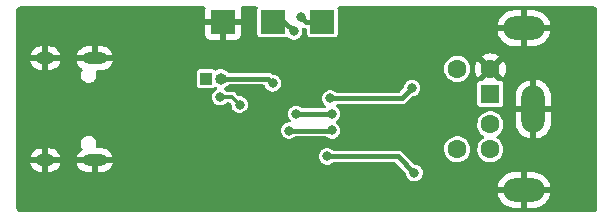
<source format=gbl>
%TF.GenerationSoftware,KiCad,Pcbnew,(6.0.5)*%
%TF.CreationDate,2025-03-09T20:53:28+01:00*%
%TF.ProjectId,PS2_to_USB_Converter,5053325f-746f-45f5-9553-425f436f6e76,rev?*%
%TF.SameCoordinates,Original*%
%TF.FileFunction,Copper,L2,Bot*%
%TF.FilePolarity,Positive*%
%FSLAX46Y46*%
G04 Gerber Fmt 4.6, Leading zero omitted, Abs format (unit mm)*
G04 Created by KiCad (PCBNEW (6.0.5)) date 2025-03-09 20:53:28*
%MOMM*%
%LPD*%
G01*
G04 APERTURE LIST*
%TA.AperFunction,SMDPad,CuDef*%
%ADD10R,2.000000X2.000000*%
%TD*%
%TA.AperFunction,ComponentPad*%
%ADD11O,1.600000X1.000000*%
%TD*%
%TA.AperFunction,ComponentPad*%
%ADD12O,2.100000X1.000000*%
%TD*%
%TA.AperFunction,ComponentPad*%
%ADD13R,1.600000X1.600000*%
%TD*%
%TA.AperFunction,ComponentPad*%
%ADD14C,1.600000*%
%TD*%
%TA.AperFunction,ComponentPad*%
%ADD15O,2.000000X4.000000*%
%TD*%
%TA.AperFunction,ComponentPad*%
%ADD16O,3.500000X2.000000*%
%TD*%
%TA.AperFunction,ComponentPad*%
%ADD17R,1.000000X1.000000*%
%TD*%
%TA.AperFunction,ComponentPad*%
%ADD18O,1.000000X1.000000*%
%TD*%
%TA.AperFunction,ViaPad*%
%ADD19C,0.800000*%
%TD*%
%TA.AperFunction,Conductor*%
%ADD20C,0.400000*%
%TD*%
%TA.AperFunction,Conductor*%
%ADD21C,0.300000*%
%TD*%
G04 APERTURE END LIST*
D10*
%TO.P,TP3,1,1*%
%TO.N,GND*%
X142200000Y-94200000D03*
%TD*%
%TO.P,TP2,1,1*%
%TO.N,/RXD*%
X150600000Y-94200000D03*
%TD*%
%TO.P,TP1,1,1*%
%TO.N,/TXD*%
X146400000Y-94200000D03*
%TD*%
D11*
%TO.P,J1,S1,SHIELD*%
%TO.N,GND*%
X127150000Y-105920000D03*
X127150000Y-97280000D03*
D12*
X131330000Y-105920000D03*
X131330000Y-97280000D03*
%TD*%
D13*
%TO.P,J3,1*%
%TO.N,/KBDAT*%
X164825000Y-100290000D03*
D14*
%TO.P,J3,2*%
%TO.N,unconnected-(J3-Pad2)*%
X164825000Y-102890000D03*
%TO.P,J3,3*%
%TO.N,GND*%
X164825000Y-98190000D03*
%TO.P,J3,4*%
%TO.N,+5V*%
X164825000Y-104990000D03*
%TO.P,J3,5*%
%TO.N,/KBCLK*%
X162025000Y-98190000D03*
%TO.P,J3,6*%
%TO.N,unconnected-(J3-Pad6)*%
X162025000Y-104990000D03*
D15*
%TO.P,J3,7*%
%TO.N,GND*%
X168475000Y-101590000D03*
D16*
X167675000Y-94740000D03*
X167675000Y-108440000D03*
%TD*%
D17*
%TO.P,J2,1,Pin_1*%
%TO.N,Net-(J2-Pad1)*%
X140750000Y-99000000D03*
D18*
%TO.P,J2,2,Pin_2*%
%TO.N,+3V3*%
X142020000Y-99000000D03*
%TD*%
D19*
%TO.N,GND*%
X134650000Y-98350000D03*
X134800000Y-107000000D03*
%TO.N,/TXD*%
X148200000Y-95000000D03*
%TO.N,/RXD*%
X148800000Y-93800000D03*
%TO.N,/KBDAT*%
X151262328Y-100688684D03*
X158200000Y-99800000D03*
%TO.N,Net-(D2-Pad1)*%
X148400000Y-102000000D03*
%TO.N,Net-(D1-Pad1)*%
X147800000Y-103400000D03*
%TO.N,Net-(D2-Pad1)*%
X151400000Y-102000000D03*
%TO.N,Net-(D1-Pad1)*%
X151413546Y-103395646D03*
%TO.N,/KBCLK*%
X151000000Y-105600000D03*
X158400000Y-107000000D03*
%TO.N,GND*%
X152600000Y-95000000D03*
X159400000Y-101600000D03*
%TO.N,+3V3*%
X146400000Y-99400000D03*
%TO.N,GND*%
X151000000Y-107000000D03*
X145000000Y-106000000D03*
X141200000Y-105800000D03*
%TO.N,/USBDM*%
X141970023Y-100570023D03*
X143600000Y-101200000D03*
%TD*%
D20*
%TO.N,/TXD*%
X147400000Y-94200000D02*
X148200000Y-95000000D01*
X146400000Y-94200000D02*
X147400000Y-94200000D01*
%TO.N,/RXD*%
X149200000Y-94200000D02*
X148800000Y-93800000D01*
X150600000Y-94200000D02*
X149200000Y-94200000D01*
%TO.N,/KBDAT*%
X157311316Y-100688684D02*
X158200000Y-99800000D01*
X151262328Y-100688684D02*
X157311316Y-100688684D01*
%TO.N,Net-(D2-Pad1)*%
X148400000Y-102000000D02*
X151400000Y-102000000D01*
%TO.N,Net-(D1-Pad1)*%
X151409192Y-103400000D02*
X151413546Y-103395646D01*
X147800000Y-103400000D02*
X151409192Y-103400000D01*
%TO.N,/KBCLK*%
X157000000Y-105600000D02*
X158400000Y-107000000D01*
X151000000Y-105600000D02*
X157000000Y-105600000D01*
%TO.N,+3V3*%
X146400000Y-99400000D02*
X146000000Y-99000000D01*
X146000000Y-99000000D02*
X142020000Y-99000000D01*
D21*
%TO.N,/USBDM*%
X142970023Y-100570023D02*
X143600000Y-101200000D01*
X141970023Y-100570023D02*
X142970023Y-100570023D01*
%TD*%
%TA.AperFunction,Conductor*%
%TO.N,GND*%
G36*
X140656033Y-92920502D02*
G01*
X140702526Y-92974158D01*
X140712630Y-93044432D01*
X140705895Y-93070727D01*
X140701522Y-93082392D01*
X140697895Y-93097649D01*
X140692369Y-93148514D01*
X140692000Y-93155328D01*
X140692000Y-93927885D01*
X140696475Y-93943124D01*
X140697865Y-93944329D01*
X140705548Y-93946000D01*
X143689884Y-93946000D01*
X143705123Y-93941525D01*
X143706328Y-93940135D01*
X143707999Y-93932452D01*
X143707999Y-93155331D01*
X143707629Y-93148510D01*
X143702105Y-93097648D01*
X143698479Y-93082394D01*
X143694105Y-93070727D01*
X143688923Y-92999920D01*
X143722846Y-92937552D01*
X143785102Y-92903424D01*
X143812088Y-92900500D01*
X145010343Y-92900500D01*
X145078464Y-92920502D01*
X145124957Y-92974158D01*
X145135061Y-93044432D01*
X145125583Y-93077446D01*
X145102494Y-93129673D01*
X145099500Y-93155354D01*
X145099500Y-95244646D01*
X145102618Y-95270846D01*
X145148061Y-95373153D01*
X145156294Y-95381372D01*
X145156295Y-95381373D01*
X145173032Y-95398081D01*
X145227287Y-95452241D01*
X145237924Y-95456944D01*
X145237926Y-95456945D01*
X145284724Y-95477634D01*
X145329673Y-95497506D01*
X145355354Y-95500500D01*
X147444646Y-95500500D01*
X147448350Y-95500059D01*
X147448353Y-95500059D01*
X147455746Y-95499179D01*
X147470846Y-95497382D01*
X147553540Y-95460651D01*
X147623914Y-95451278D01*
X147689486Y-95482609D01*
X147699226Y-95491471D01*
X147785612Y-95570077D01*
X147785616Y-95570080D01*
X147791233Y-95575191D01*
X147797906Y-95578814D01*
X147797910Y-95578817D01*
X147933558Y-95652467D01*
X147933560Y-95652468D01*
X147940235Y-95656092D01*
X147947584Y-95658020D01*
X148096883Y-95697188D01*
X148096885Y-95697188D01*
X148104233Y-95699116D01*
X148190609Y-95700473D01*
X148266161Y-95701660D01*
X148266164Y-95701660D01*
X148273760Y-95701779D01*
X148281165Y-95700083D01*
X148281166Y-95700083D01*
X148352253Y-95683802D01*
X148439029Y-95663928D01*
X148590498Y-95587747D01*
X148694872Y-95498603D01*
X148713651Y-95482564D01*
X148713652Y-95482563D01*
X148719423Y-95477634D01*
X148818361Y-95339947D01*
X148846140Y-95270846D01*
X148878766Y-95189687D01*
X148878767Y-95189685D01*
X148881601Y-95182634D01*
X148905490Y-95014778D01*
X148905645Y-95000000D01*
X148885276Y-94831680D01*
X148884001Y-94828306D01*
X148887103Y-94759079D01*
X148928122Y-94701131D01*
X148993958Y-94674559D01*
X149043130Y-94679460D01*
X149044034Y-94679736D01*
X149052163Y-94683553D01*
X149061036Y-94684934D01*
X149064658Y-94686042D01*
X149079328Y-94689891D01*
X149083017Y-94690702D01*
X149091419Y-94693852D01*
X149100364Y-94694517D01*
X149100374Y-94694519D01*
X149137828Y-94697302D01*
X149147855Y-94698452D01*
X149161009Y-94700500D01*
X149173500Y-94700500D01*
X149241621Y-94720502D01*
X149288114Y-94774158D01*
X149299500Y-94826500D01*
X149299500Y-95244646D01*
X149302618Y-95270846D01*
X149348061Y-95373153D01*
X149356294Y-95381372D01*
X149356295Y-95381373D01*
X149373032Y-95398081D01*
X149427287Y-95452241D01*
X149437924Y-95456944D01*
X149437926Y-95456945D01*
X149484724Y-95477634D01*
X149529673Y-95497506D01*
X149555354Y-95500500D01*
X151644646Y-95500500D01*
X151648350Y-95500059D01*
X151648353Y-95500059D01*
X151655746Y-95499179D01*
X151670846Y-95497382D01*
X151704207Y-95482564D01*
X151762518Y-95456663D01*
X151773153Y-95451939D01*
X151852241Y-95372713D01*
X151869843Y-95332900D01*
X151893675Y-95278992D01*
X151897506Y-95270327D01*
X151900500Y-95244646D01*
X151900500Y-95011114D01*
X165438275Y-95011114D01*
X165440325Y-95028830D01*
X165442285Y-95038727D01*
X165505604Y-95262494D01*
X165509116Y-95271938D01*
X165607399Y-95482705D01*
X165612378Y-95491471D01*
X165743087Y-95683802D01*
X165749419Y-95691677D01*
X165909186Y-95860626D01*
X165916695Y-95867387D01*
X166101426Y-96008625D01*
X166109905Y-96014089D01*
X166314847Y-96123978D01*
X166324099Y-96128020D01*
X166543971Y-96203727D01*
X166553743Y-96206236D01*
X166783971Y-96246004D01*
X166791843Y-96246859D01*
X166815551Y-96247936D01*
X166818384Y-96248000D01*
X167402885Y-96248000D01*
X167418124Y-96243525D01*
X167419329Y-96242135D01*
X167421000Y-96234452D01*
X167421000Y-96229885D01*
X167929000Y-96229885D01*
X167933475Y-96245124D01*
X167934865Y-96246329D01*
X167942548Y-96248000D01*
X168483456Y-96248000D01*
X168488488Y-96247798D01*
X168661843Y-96233850D01*
X168671796Y-96232238D01*
X168897633Y-96176767D01*
X168907203Y-96173584D01*
X169121265Y-96082720D01*
X169130207Y-96078045D01*
X169326987Y-95954126D01*
X169335060Y-95948086D01*
X169509500Y-95794297D01*
X169516504Y-95787044D01*
X169664110Y-95607346D01*
X169669866Y-95599064D01*
X169786841Y-95398081D01*
X169791203Y-95388976D01*
X169874537Y-95171885D01*
X169877388Y-95162196D01*
X169908821Y-95011736D01*
X169907698Y-94997675D01*
X169897590Y-94994000D01*
X167947115Y-94994000D01*
X167931876Y-94998475D01*
X167930671Y-94999865D01*
X167929000Y-95007548D01*
X167929000Y-96229885D01*
X167421000Y-96229885D01*
X167421000Y-95012115D01*
X167416525Y-94996876D01*
X167415135Y-94995671D01*
X167407452Y-94994000D01*
X165454410Y-94994000D01*
X165440324Y-94998136D01*
X165438275Y-95011114D01*
X151900500Y-95011114D01*
X151900500Y-94468264D01*
X165441179Y-94468264D01*
X165442302Y-94482325D01*
X165452410Y-94486000D01*
X167402885Y-94486000D01*
X167418124Y-94481525D01*
X167419329Y-94480135D01*
X167421000Y-94472452D01*
X167421000Y-94467885D01*
X167929000Y-94467885D01*
X167933475Y-94483124D01*
X167934865Y-94484329D01*
X167942548Y-94486000D01*
X169895590Y-94486000D01*
X169909676Y-94481864D01*
X169911725Y-94468886D01*
X169909675Y-94451170D01*
X169907715Y-94441273D01*
X169844396Y-94217506D01*
X169840884Y-94208062D01*
X169742601Y-93997295D01*
X169737622Y-93988529D01*
X169606913Y-93796198D01*
X169600581Y-93788323D01*
X169440814Y-93619374D01*
X169433305Y-93612613D01*
X169248574Y-93471375D01*
X169240095Y-93465911D01*
X169035153Y-93356022D01*
X169025901Y-93351980D01*
X168806029Y-93276273D01*
X168796257Y-93273764D01*
X168566029Y-93233996D01*
X168558157Y-93233141D01*
X168534449Y-93232064D01*
X168531616Y-93232000D01*
X167947115Y-93232000D01*
X167931876Y-93236475D01*
X167930671Y-93237865D01*
X167929000Y-93245548D01*
X167929000Y-94467885D01*
X167421000Y-94467885D01*
X167421000Y-93250115D01*
X167416525Y-93234876D01*
X167415135Y-93233671D01*
X167407452Y-93232000D01*
X166866544Y-93232000D01*
X166861512Y-93232202D01*
X166688157Y-93246150D01*
X166678204Y-93247762D01*
X166452367Y-93303233D01*
X166442797Y-93306416D01*
X166228735Y-93397280D01*
X166219793Y-93401955D01*
X166023013Y-93525874D01*
X166014940Y-93531914D01*
X165840500Y-93685703D01*
X165833496Y-93692956D01*
X165685890Y-93872654D01*
X165680134Y-93880936D01*
X165563159Y-94081919D01*
X165558797Y-94091024D01*
X165475463Y-94308115D01*
X165472612Y-94317804D01*
X165441179Y-94468264D01*
X151900500Y-94468264D01*
X151900500Y-93155354D01*
X151897382Y-93129154D01*
X151874504Y-93077648D01*
X151865131Y-93007273D01*
X151895293Y-92943002D01*
X151955415Y-92905241D01*
X151989655Y-92900500D01*
X173562683Y-92900500D01*
X173584563Y-92902414D01*
X173589145Y-92903222D01*
X173600000Y-92905136D01*
X173609748Y-92903417D01*
X173626976Y-92904773D01*
X173648344Y-92908157D01*
X173672842Y-92912037D01*
X173710330Y-92924218D01*
X173758264Y-92948641D01*
X173790155Y-92971812D01*
X173828188Y-93009845D01*
X173851359Y-93041736D01*
X173875782Y-93089670D01*
X173887963Y-93127158D01*
X173891345Y-93148514D01*
X173895227Y-93173024D01*
X173896583Y-93190252D01*
X173894864Y-93200000D01*
X173896778Y-93210855D01*
X173897586Y-93215437D01*
X173899500Y-93237317D01*
X173899500Y-109962683D01*
X173897586Y-109984563D01*
X173894864Y-110000000D01*
X173896583Y-110009748D01*
X173895227Y-110026976D01*
X173887963Y-110072841D01*
X173875782Y-110110330D01*
X173851360Y-110158263D01*
X173828188Y-110190155D01*
X173790155Y-110228188D01*
X173758264Y-110251359D01*
X173710330Y-110275782D01*
X173672842Y-110287963D01*
X173648344Y-110291843D01*
X173626976Y-110295227D01*
X173609748Y-110296583D01*
X173600000Y-110294864D01*
X173589145Y-110296778D01*
X173584563Y-110297586D01*
X173562683Y-110299500D01*
X125037317Y-110299500D01*
X125015437Y-110297586D01*
X125010855Y-110296778D01*
X125000000Y-110294864D01*
X124990252Y-110296583D01*
X124973024Y-110295227D01*
X124951656Y-110291843D01*
X124927158Y-110287963D01*
X124889670Y-110275782D01*
X124841736Y-110251359D01*
X124809845Y-110228188D01*
X124771812Y-110190155D01*
X124748640Y-110158263D01*
X124724218Y-110110330D01*
X124712037Y-110072841D01*
X124704773Y-110026976D01*
X124703417Y-110009748D01*
X124705136Y-110000000D01*
X124702414Y-109984563D01*
X124700500Y-109962683D01*
X124700500Y-108711114D01*
X165438275Y-108711114D01*
X165440325Y-108728830D01*
X165442285Y-108738727D01*
X165505604Y-108962494D01*
X165509116Y-108971938D01*
X165607399Y-109182705D01*
X165612378Y-109191471D01*
X165743087Y-109383802D01*
X165749419Y-109391677D01*
X165909186Y-109560626D01*
X165916695Y-109567387D01*
X166101426Y-109708625D01*
X166109905Y-109714089D01*
X166314847Y-109823978D01*
X166324099Y-109828020D01*
X166543971Y-109903727D01*
X166553743Y-109906236D01*
X166783971Y-109946004D01*
X166791843Y-109946859D01*
X166815551Y-109947936D01*
X166818384Y-109948000D01*
X167402885Y-109948000D01*
X167418124Y-109943525D01*
X167419329Y-109942135D01*
X167421000Y-109934452D01*
X167421000Y-109929885D01*
X167929000Y-109929885D01*
X167933475Y-109945124D01*
X167934865Y-109946329D01*
X167942548Y-109948000D01*
X168483456Y-109948000D01*
X168488488Y-109947798D01*
X168661843Y-109933850D01*
X168671796Y-109932238D01*
X168897633Y-109876767D01*
X168907203Y-109873584D01*
X169121265Y-109782720D01*
X169130207Y-109778045D01*
X169326987Y-109654126D01*
X169335060Y-109648086D01*
X169509500Y-109494297D01*
X169516504Y-109487044D01*
X169664110Y-109307346D01*
X169669866Y-109299064D01*
X169786841Y-109098081D01*
X169791203Y-109088976D01*
X169874537Y-108871885D01*
X169877388Y-108862196D01*
X169908821Y-108711736D01*
X169907698Y-108697675D01*
X169897590Y-108694000D01*
X167947115Y-108694000D01*
X167931876Y-108698475D01*
X167930671Y-108699865D01*
X167929000Y-108707548D01*
X167929000Y-109929885D01*
X167421000Y-109929885D01*
X167421000Y-108712115D01*
X167416525Y-108696876D01*
X167415135Y-108695671D01*
X167407452Y-108694000D01*
X165454410Y-108694000D01*
X165440324Y-108698136D01*
X165438275Y-108711114D01*
X124700500Y-108711114D01*
X124700500Y-108168264D01*
X165441179Y-108168264D01*
X165442302Y-108182325D01*
X165452410Y-108186000D01*
X167402885Y-108186000D01*
X167418124Y-108181525D01*
X167419329Y-108180135D01*
X167421000Y-108172452D01*
X167421000Y-108167885D01*
X167929000Y-108167885D01*
X167933475Y-108183124D01*
X167934865Y-108184329D01*
X167942548Y-108186000D01*
X169895590Y-108186000D01*
X169909676Y-108181864D01*
X169911725Y-108168886D01*
X169909675Y-108151170D01*
X169907715Y-108141273D01*
X169844396Y-107917506D01*
X169840884Y-107908062D01*
X169742601Y-107697295D01*
X169737622Y-107688529D01*
X169606913Y-107496198D01*
X169600581Y-107488323D01*
X169440814Y-107319374D01*
X169433305Y-107312613D01*
X169248574Y-107171375D01*
X169240095Y-107165911D01*
X169035153Y-107056022D01*
X169025901Y-107051980D01*
X168806029Y-106976273D01*
X168796257Y-106973764D01*
X168566029Y-106933996D01*
X168558157Y-106933141D01*
X168534449Y-106932064D01*
X168531616Y-106932000D01*
X167947115Y-106932000D01*
X167931876Y-106936475D01*
X167930671Y-106937865D01*
X167929000Y-106945548D01*
X167929000Y-108167885D01*
X167421000Y-108167885D01*
X167421000Y-106950115D01*
X167416525Y-106934876D01*
X167415135Y-106933671D01*
X167407452Y-106932000D01*
X166866544Y-106932000D01*
X166861512Y-106932202D01*
X166688157Y-106946150D01*
X166678204Y-106947762D01*
X166452367Y-107003233D01*
X166442797Y-107006416D01*
X166228735Y-107097280D01*
X166219793Y-107101955D01*
X166023013Y-107225874D01*
X166014940Y-107231914D01*
X165840500Y-107385703D01*
X165833496Y-107392956D01*
X165685890Y-107572654D01*
X165680134Y-107580936D01*
X165563159Y-107781919D01*
X165558797Y-107791024D01*
X165475463Y-108008115D01*
X165472612Y-108017804D01*
X165441179Y-108168264D01*
X124700500Y-108168264D01*
X124700500Y-106185768D01*
X125877425Y-106185768D01*
X125909138Y-106293521D01*
X125913731Y-106304889D01*
X125999607Y-106469154D01*
X126006321Y-106479415D01*
X126122468Y-106623873D01*
X126131046Y-106632632D01*
X126273039Y-106751778D01*
X126283159Y-106758708D01*
X126445585Y-106848002D01*
X126456858Y-106852834D01*
X126633538Y-106908880D01*
X126645532Y-106911430D01*
X126789761Y-106927607D01*
X126796785Y-106928000D01*
X126877885Y-106928000D01*
X126893124Y-106923525D01*
X126894329Y-106922135D01*
X126896000Y-106914452D01*
X126896000Y-106909885D01*
X127404000Y-106909885D01*
X127408475Y-106925124D01*
X127409865Y-106926329D01*
X127417548Y-106928000D01*
X127496657Y-106928000D01*
X127502805Y-106927699D01*
X127640603Y-106914188D01*
X127652638Y-106911805D01*
X127830076Y-106858233D01*
X127841416Y-106853559D01*
X128005077Y-106766540D01*
X128015294Y-106759751D01*
X128158933Y-106642603D01*
X128167637Y-106633959D01*
X128285784Y-106491144D01*
X128292644Y-106480973D01*
X128380804Y-106317924D01*
X128385556Y-106306619D01*
X128421250Y-106191308D01*
X128421331Y-106185768D01*
X129807425Y-106185768D01*
X129839138Y-106293521D01*
X129843731Y-106304889D01*
X129929607Y-106469154D01*
X129936321Y-106479415D01*
X130052468Y-106623873D01*
X130061046Y-106632632D01*
X130203039Y-106751778D01*
X130213159Y-106758708D01*
X130375585Y-106848002D01*
X130386858Y-106852834D01*
X130563538Y-106908880D01*
X130575532Y-106911430D01*
X130719761Y-106927607D01*
X130726785Y-106928000D01*
X131057885Y-106928000D01*
X131073124Y-106923525D01*
X131074329Y-106922135D01*
X131076000Y-106914452D01*
X131076000Y-106909885D01*
X131584000Y-106909885D01*
X131588475Y-106925124D01*
X131589865Y-106926329D01*
X131597548Y-106928000D01*
X131926657Y-106928000D01*
X131932805Y-106927699D01*
X132070603Y-106914188D01*
X132082638Y-106911805D01*
X132260076Y-106858233D01*
X132271416Y-106853559D01*
X132435077Y-106766540D01*
X132445294Y-106759751D01*
X132588933Y-106642603D01*
X132597637Y-106633959D01*
X132715784Y-106491144D01*
X132722644Y-106480973D01*
X132810804Y-106317924D01*
X132815556Y-106306619D01*
X132851250Y-106191308D01*
X132851456Y-106177205D01*
X132844701Y-106174000D01*
X131602115Y-106174000D01*
X131586876Y-106178475D01*
X131585671Y-106179865D01*
X131584000Y-106187548D01*
X131584000Y-106909885D01*
X131076000Y-106909885D01*
X131076000Y-106192115D01*
X131071525Y-106176876D01*
X131070135Y-106175671D01*
X131062452Y-106174000D01*
X129822076Y-106174000D01*
X129808545Y-106177973D01*
X129807425Y-106185768D01*
X128421331Y-106185768D01*
X128421456Y-106177205D01*
X128414701Y-106174000D01*
X127422115Y-106174000D01*
X127406876Y-106178475D01*
X127405671Y-106179865D01*
X127404000Y-106187548D01*
X127404000Y-106909885D01*
X126896000Y-106909885D01*
X126896000Y-106192115D01*
X126891525Y-106176876D01*
X126890135Y-106175671D01*
X126882452Y-106174000D01*
X125892076Y-106174000D01*
X125878545Y-106177973D01*
X125877425Y-106185768D01*
X124700500Y-106185768D01*
X124700500Y-105662795D01*
X125878544Y-105662795D01*
X125885299Y-105666000D01*
X126877885Y-105666000D01*
X126893124Y-105661525D01*
X126894329Y-105660135D01*
X126896000Y-105652452D01*
X126896000Y-105647885D01*
X127404000Y-105647885D01*
X127408475Y-105663124D01*
X127409865Y-105664329D01*
X127417548Y-105666000D01*
X128407924Y-105666000D01*
X128418839Y-105662795D01*
X129808544Y-105662795D01*
X129815299Y-105666000D01*
X132837924Y-105666000D01*
X132851455Y-105662027D01*
X132852575Y-105654232D01*
X132834439Y-105592611D01*
X150294394Y-105592611D01*
X150312999Y-105761135D01*
X150371266Y-105920356D01*
X150465830Y-106061083D01*
X150471442Y-106066190D01*
X150471445Y-106066193D01*
X150585612Y-106170077D01*
X150585616Y-106170080D01*
X150591233Y-106175191D01*
X150597906Y-106178814D01*
X150597910Y-106178817D01*
X150733558Y-106252467D01*
X150733560Y-106252468D01*
X150740235Y-106256092D01*
X150747584Y-106258020D01*
X150896883Y-106297188D01*
X150896885Y-106297188D01*
X150904233Y-106299116D01*
X150990609Y-106300473D01*
X151066161Y-106301660D01*
X151066164Y-106301660D01*
X151073760Y-106301779D01*
X151081165Y-106300083D01*
X151081166Y-106300083D01*
X151171447Y-106279406D01*
X151239029Y-106263928D01*
X151390498Y-106187747D01*
X151396270Y-106182818D01*
X151396272Y-106182816D01*
X151457304Y-106130689D01*
X151522094Y-106101658D01*
X151539135Y-106100500D01*
X156740496Y-106100500D01*
X156808617Y-106120502D01*
X156829591Y-106137405D01*
X157664296Y-106972110D01*
X157698322Y-107034422D01*
X157700440Y-107047378D01*
X157705079Y-107089398D01*
X157712999Y-107161135D01*
X157771266Y-107320356D01*
X157775502Y-107326659D01*
X157775502Y-107326660D01*
X157788574Y-107346113D01*
X157865830Y-107461083D01*
X157871442Y-107466190D01*
X157871445Y-107466193D01*
X157985612Y-107570077D01*
X157985616Y-107570080D01*
X157991233Y-107575191D01*
X157997906Y-107578814D01*
X157997910Y-107578817D01*
X158133558Y-107652467D01*
X158133560Y-107652468D01*
X158140235Y-107656092D01*
X158147584Y-107658020D01*
X158296883Y-107697188D01*
X158296885Y-107697188D01*
X158304233Y-107699116D01*
X158390609Y-107700473D01*
X158466161Y-107701660D01*
X158466164Y-107701660D01*
X158473760Y-107701779D01*
X158481165Y-107700083D01*
X158481166Y-107700083D01*
X158541586Y-107686245D01*
X158639029Y-107663928D01*
X158790498Y-107587747D01*
X158869713Y-107520090D01*
X158913651Y-107482564D01*
X158913652Y-107482563D01*
X158919423Y-107477634D01*
X159018361Y-107339947D01*
X159026631Y-107319374D01*
X159078766Y-107189687D01*
X159078767Y-107189685D01*
X159081601Y-107182634D01*
X159093083Y-107101955D01*
X159104909Y-107018862D01*
X159104909Y-107018859D01*
X159105490Y-107014778D01*
X159105645Y-107000000D01*
X159085276Y-106831680D01*
X159025345Y-106673077D01*
X158929312Y-106533349D01*
X158923641Y-106528296D01*
X158808392Y-106425612D01*
X158808388Y-106425610D01*
X158802721Y-106420560D01*
X158652881Y-106341224D01*
X158488441Y-106299919D01*
X158480843Y-106299879D01*
X158480841Y-106299879D01*
X158459109Y-106299765D01*
X158391095Y-106279406D01*
X158370676Y-106262862D01*
X157403534Y-105295720D01*
X157396068Y-105286376D01*
X157395678Y-105286708D01*
X157389860Y-105279872D01*
X157385070Y-105272280D01*
X157345399Y-105237244D01*
X157339712Y-105231898D01*
X157328494Y-105220680D01*
X157324905Y-105217990D01*
X157320316Y-105214550D01*
X157312477Y-105208168D01*
X157284339Y-105183318D01*
X157277612Y-105177377D01*
X157269489Y-105173563D01*
X157266336Y-105171492D01*
X157253324Y-105163673D01*
X157250005Y-105161856D01*
X157242824Y-105156474D01*
X157199261Y-105140143D01*
X157189947Y-105136217D01*
X157155966Y-105120263D01*
X157155963Y-105120262D01*
X157147837Y-105116447D01*
X157138963Y-105115065D01*
X157135350Y-105113961D01*
X157120693Y-105110115D01*
X157116990Y-105109301D01*
X157108580Y-105106148D01*
X157062157Y-105102698D01*
X157052144Y-105101548D01*
X157038991Y-105099500D01*
X157023796Y-105099500D01*
X157014459Y-105099154D01*
X156999036Y-105098008D01*
X156965608Y-105095524D01*
X156956832Y-105097397D01*
X156947875Y-105098008D01*
X156947875Y-105098002D01*
X156933682Y-105099500D01*
X151539309Y-105099500D01*
X151471188Y-105079498D01*
X151455499Y-105067583D01*
X151402721Y-105020560D01*
X151290362Y-104961069D01*
X160920164Y-104961069D01*
X160933392Y-105162894D01*
X160947385Y-105217990D01*
X160964837Y-105286708D01*
X160983178Y-105358928D01*
X161067856Y-105542607D01*
X161184588Y-105707780D01*
X161329466Y-105848913D01*
X161497637Y-105961282D01*
X161502940Y-105963560D01*
X161502943Y-105963562D01*
X161591291Y-106001519D01*
X161683470Y-106041122D01*
X161880740Y-106085760D01*
X161886509Y-106085987D01*
X161886512Y-106085987D01*
X161962683Y-106088979D01*
X162082842Y-106093700D01*
X162169132Y-106081189D01*
X162277286Y-106065508D01*
X162277291Y-106065507D01*
X162283007Y-106064678D01*
X162288479Y-106062820D01*
X162288481Y-106062820D01*
X162469067Y-106001519D01*
X162469069Y-106001518D01*
X162474531Y-105999664D01*
X162651001Y-105900837D01*
X162713433Y-105848913D01*
X162802073Y-105775191D01*
X162806505Y-105771505D01*
X162935837Y-105616001D01*
X162953154Y-105585080D01*
X163031845Y-105444564D01*
X163034664Y-105439531D01*
X163037205Y-105432047D01*
X163097820Y-105253481D01*
X163097820Y-105253479D01*
X163099678Y-105248007D01*
X163100507Y-105242291D01*
X163100508Y-105242286D01*
X163121690Y-105096189D01*
X163128700Y-105047842D01*
X163130215Y-104990000D01*
X163127557Y-104961069D01*
X163720164Y-104961069D01*
X163733392Y-105162894D01*
X163747385Y-105217990D01*
X163764837Y-105286708D01*
X163783178Y-105358928D01*
X163867856Y-105542607D01*
X163984588Y-105707780D01*
X164129466Y-105848913D01*
X164297637Y-105961282D01*
X164302940Y-105963560D01*
X164302943Y-105963562D01*
X164391291Y-106001519D01*
X164483470Y-106041122D01*
X164680740Y-106085760D01*
X164686509Y-106085987D01*
X164686512Y-106085987D01*
X164762683Y-106088979D01*
X164882842Y-106093700D01*
X164969132Y-106081189D01*
X165077286Y-106065508D01*
X165077291Y-106065507D01*
X165083007Y-106064678D01*
X165088479Y-106062820D01*
X165088481Y-106062820D01*
X165269067Y-106001519D01*
X165269069Y-106001518D01*
X165274531Y-105999664D01*
X165451001Y-105900837D01*
X165513433Y-105848913D01*
X165602073Y-105775191D01*
X165606505Y-105771505D01*
X165735837Y-105616001D01*
X165753154Y-105585080D01*
X165831845Y-105444564D01*
X165834664Y-105439531D01*
X165837205Y-105432047D01*
X165897820Y-105253481D01*
X165897820Y-105253479D01*
X165899678Y-105248007D01*
X165900507Y-105242291D01*
X165900508Y-105242286D01*
X165921690Y-105096189D01*
X165928700Y-105047842D01*
X165930215Y-104990000D01*
X165911708Y-104788591D01*
X165856807Y-104593926D01*
X165767351Y-104412527D01*
X165749079Y-104388057D01*
X165649788Y-104255091D01*
X165649787Y-104255090D01*
X165646335Y-104250467D01*
X165623350Y-104229220D01*
X165502053Y-104117094D01*
X165502051Y-104117092D01*
X165497812Y-104113174D01*
X165492934Y-104110096D01*
X165492922Y-104110087D01*
X165392663Y-104046828D01*
X165345725Y-103993561D01*
X165335037Y-103923374D01*
X165363991Y-103858550D01*
X165398334Y-103830332D01*
X165445960Y-103803661D01*
X165445967Y-103803656D01*
X165451001Y-103800837D01*
X165513433Y-103748913D01*
X165556346Y-103713222D01*
X165606505Y-103671505D01*
X165735837Y-103516001D01*
X165834664Y-103339531D01*
X165852746Y-103286265D01*
X165897820Y-103153481D01*
X165897820Y-103153479D01*
X165899678Y-103148007D01*
X165900507Y-103142291D01*
X165900508Y-103142286D01*
X165928167Y-102951516D01*
X165928700Y-102947842D01*
X165930215Y-102890000D01*
X165911708Y-102688591D01*
X165904753Y-102663928D01*
X165900389Y-102648456D01*
X166967000Y-102648456D01*
X166967202Y-102653488D01*
X166981150Y-102826843D01*
X166982762Y-102836796D01*
X167038233Y-103062633D01*
X167041416Y-103072203D01*
X167132280Y-103286265D01*
X167136955Y-103295207D01*
X167260874Y-103491987D01*
X167266914Y-103500060D01*
X167420703Y-103674500D01*
X167427956Y-103681504D01*
X167607654Y-103829110D01*
X167615936Y-103834866D01*
X167816919Y-103951841D01*
X167826024Y-103956203D01*
X168043115Y-104039537D01*
X168052804Y-104042388D01*
X168203264Y-104073821D01*
X168217325Y-104072698D01*
X168221000Y-104062590D01*
X168221000Y-104060590D01*
X168729000Y-104060590D01*
X168733136Y-104074676D01*
X168746114Y-104076725D01*
X168763830Y-104074675D01*
X168773727Y-104072715D01*
X168997494Y-104009396D01*
X169006938Y-104005884D01*
X169217705Y-103907601D01*
X169226471Y-103902622D01*
X169418802Y-103771913D01*
X169426677Y-103765581D01*
X169595626Y-103605814D01*
X169602387Y-103598305D01*
X169743625Y-103413574D01*
X169749089Y-103405095D01*
X169858978Y-103200153D01*
X169863020Y-103190901D01*
X169938727Y-102971029D01*
X169941236Y-102961257D01*
X169981004Y-102731029D01*
X169981859Y-102723157D01*
X169982936Y-102699449D01*
X169983000Y-102696616D01*
X169983000Y-101862115D01*
X169978525Y-101846876D01*
X169977135Y-101845671D01*
X169969452Y-101844000D01*
X168747115Y-101844000D01*
X168731876Y-101848475D01*
X168730671Y-101849865D01*
X168729000Y-101857548D01*
X168729000Y-104060590D01*
X168221000Y-104060590D01*
X168221000Y-101862115D01*
X168216525Y-101846876D01*
X168215135Y-101845671D01*
X168207452Y-101844000D01*
X166985115Y-101844000D01*
X166969876Y-101848475D01*
X166968671Y-101849865D01*
X166967000Y-101857548D01*
X166967000Y-102648456D01*
X165900389Y-102648456D01*
X165864302Y-102520502D01*
X165856807Y-102493926D01*
X165767351Y-102312527D01*
X165749079Y-102288057D01*
X165649788Y-102155091D01*
X165649787Y-102155090D01*
X165646335Y-102150467D01*
X165623350Y-102129220D01*
X165502053Y-102017094D01*
X165502051Y-102017092D01*
X165497812Y-102013174D01*
X165470374Y-101995862D01*
X165331637Y-101908325D01*
X165326757Y-101905246D01*
X165138898Y-101830298D01*
X164940526Y-101790839D01*
X164934752Y-101790763D01*
X164934748Y-101790763D01*
X164832257Y-101789422D01*
X164738286Y-101788192D01*
X164732589Y-101789171D01*
X164732588Y-101789171D01*
X164544646Y-101821465D01*
X164544645Y-101821465D01*
X164538949Y-101822444D01*
X164349193Y-101892449D01*
X164175371Y-101995862D01*
X164023305Y-102129220D01*
X163898089Y-102288057D01*
X163803914Y-102467053D01*
X163743937Y-102660213D01*
X163720164Y-102861069D01*
X163733392Y-103062894D01*
X163783178Y-103258928D01*
X163867856Y-103442607D01*
X163871189Y-103447323D01*
X163963740Y-103578280D01*
X163984588Y-103607780D01*
X164129466Y-103748913D01*
X164134270Y-103752123D01*
X164259722Y-103835948D01*
X164305250Y-103890425D01*
X164314097Y-103960868D01*
X164283456Y-104024912D01*
X164254144Y-104048997D01*
X164203280Y-104079258D01*
X164180461Y-104092834D01*
X164175371Y-104095862D01*
X164023305Y-104229220D01*
X163898089Y-104388057D01*
X163803914Y-104567053D01*
X163743937Y-104760213D01*
X163720164Y-104961069D01*
X163127557Y-104961069D01*
X163111708Y-104788591D01*
X163056807Y-104593926D01*
X162967351Y-104412527D01*
X162949079Y-104388057D01*
X162849788Y-104255091D01*
X162849787Y-104255090D01*
X162846335Y-104250467D01*
X162823350Y-104229220D01*
X162702053Y-104117094D01*
X162702051Y-104117092D01*
X162697812Y-104113174D01*
X162679752Y-104101779D01*
X162531637Y-104008325D01*
X162526757Y-104005246D01*
X162338898Y-103930298D01*
X162140526Y-103890839D01*
X162134752Y-103890763D01*
X162134748Y-103890763D01*
X162032257Y-103889422D01*
X161938286Y-103888192D01*
X161932589Y-103889171D01*
X161932588Y-103889171D01*
X161744646Y-103921465D01*
X161744645Y-103921465D01*
X161738949Y-103922444D01*
X161549193Y-103992449D01*
X161544232Y-103995401D01*
X161544231Y-103995401D01*
X161380461Y-104092834D01*
X161375371Y-104095862D01*
X161223305Y-104229220D01*
X161098089Y-104388057D01*
X161003914Y-104567053D01*
X160943937Y-104760213D01*
X160920164Y-104961069D01*
X151290362Y-104961069D01*
X151252881Y-104941224D01*
X151088441Y-104899919D01*
X151080843Y-104899879D01*
X151080841Y-104899879D01*
X151003668Y-104899475D01*
X150918895Y-104899031D01*
X150911508Y-104900805D01*
X150911504Y-104900805D01*
X150768162Y-104935220D01*
X150754032Y-104938612D01*
X150747288Y-104942093D01*
X150747285Y-104942094D01*
X150647293Y-104993704D01*
X150603369Y-105016375D01*
X150597647Y-105021367D01*
X150597645Y-105021368D01*
X150528953Y-105081292D01*
X150475604Y-105127831D01*
X150455015Y-105157126D01*
X150398707Y-105237245D01*
X150378113Y-105266547D01*
X150316524Y-105424513D01*
X150315532Y-105432046D01*
X150315532Y-105432047D01*
X150301964Y-105535111D01*
X150294394Y-105592611D01*
X132834439Y-105592611D01*
X132820862Y-105546479D01*
X132816269Y-105535111D01*
X132730393Y-105370846D01*
X132723679Y-105360585D01*
X132607532Y-105216127D01*
X132598954Y-105207368D01*
X132456961Y-105088222D01*
X132446841Y-105081292D01*
X132284415Y-104991998D01*
X132273142Y-104987166D01*
X132096462Y-104931120D01*
X132084468Y-104928570D01*
X131940239Y-104912393D01*
X131933215Y-104912000D01*
X131524415Y-104912000D01*
X131456294Y-104891998D01*
X131409801Y-104838342D01*
X131399697Y-104768068D01*
X131410407Y-104732352D01*
X131424996Y-104701349D01*
X131424998Y-104701344D01*
X131428373Y-104694171D01*
X131443703Y-104613805D01*
X131457921Y-104539272D01*
X131457921Y-104539270D01*
X131459406Y-104531486D01*
X131450704Y-104393167D01*
X131449505Y-104374107D01*
X131449505Y-104374105D01*
X131449007Y-104366195D01*
X131425426Y-104293620D01*
X131400279Y-104216225D01*
X131400278Y-104216222D01*
X131397828Y-104208683D01*
X131309086Y-104068848D01*
X131300214Y-104060516D01*
X131194132Y-103960898D01*
X131188356Y-103955474D01*
X131043224Y-103875687D01*
X131035549Y-103873716D01*
X131035548Y-103873716D01*
X130890487Y-103836471D01*
X130890484Y-103836471D01*
X130882809Y-103834500D01*
X130758758Y-103834500D01*
X130711286Y-103840497D01*
X130643553Y-103849053D01*
X130643550Y-103849054D01*
X130635688Y-103850047D01*
X130628321Y-103852964D01*
X130628320Y-103852964D01*
X130489070Y-103908097D01*
X130489067Y-103908098D01*
X130481701Y-103911015D01*
X130475290Y-103915673D01*
X130475288Y-103915674D01*
X130382875Y-103982816D01*
X130347713Y-104008363D01*
X130242144Y-104135974D01*
X130171627Y-104285829D01*
X130170141Y-104293620D01*
X130154788Y-104374107D01*
X130140594Y-104448514D01*
X130150993Y-104613805D01*
X130153442Y-104621341D01*
X130153442Y-104621343D01*
X130177106Y-104694171D01*
X130202172Y-104771317D01*
X130248315Y-104844026D01*
X130278372Y-104891389D01*
X130297985Y-104959623D01*
X130277594Y-105027628D01*
X130231135Y-105070157D01*
X130224926Y-105073458D01*
X130214706Y-105080249D01*
X130071067Y-105197397D01*
X130062363Y-105206041D01*
X129944216Y-105348856D01*
X129937356Y-105359027D01*
X129849196Y-105522076D01*
X129844444Y-105533381D01*
X129808750Y-105648692D01*
X129808544Y-105662795D01*
X128418839Y-105662795D01*
X128421455Y-105662027D01*
X128422575Y-105654232D01*
X128390862Y-105546479D01*
X128386269Y-105535111D01*
X128300393Y-105370846D01*
X128293679Y-105360585D01*
X128177532Y-105216127D01*
X128168954Y-105207368D01*
X128026961Y-105088222D01*
X128016841Y-105081292D01*
X127854415Y-104991998D01*
X127843142Y-104987166D01*
X127666462Y-104931120D01*
X127654468Y-104928570D01*
X127510239Y-104912393D01*
X127503215Y-104912000D01*
X127422115Y-104912000D01*
X127406876Y-104916475D01*
X127405671Y-104917865D01*
X127404000Y-104925548D01*
X127404000Y-105647885D01*
X126896000Y-105647885D01*
X126896000Y-104930115D01*
X126891525Y-104914876D01*
X126890135Y-104913671D01*
X126882452Y-104912000D01*
X126803343Y-104912000D01*
X126797195Y-104912301D01*
X126659397Y-104925812D01*
X126647362Y-104928195D01*
X126469924Y-104981767D01*
X126458584Y-104986441D01*
X126294923Y-105073460D01*
X126284706Y-105080249D01*
X126141067Y-105197397D01*
X126132363Y-105206041D01*
X126014216Y-105348856D01*
X126007356Y-105359027D01*
X125919196Y-105522076D01*
X125914444Y-105533381D01*
X125878750Y-105648692D01*
X125878544Y-105662795D01*
X124700500Y-105662795D01*
X124700500Y-103392611D01*
X147094394Y-103392611D01*
X147112999Y-103561135D01*
X147171266Y-103720356D01*
X147265830Y-103861083D01*
X147271442Y-103866190D01*
X147271445Y-103866193D01*
X147385612Y-103970077D01*
X147385616Y-103970080D01*
X147391233Y-103975191D01*
X147397906Y-103978814D01*
X147397910Y-103978817D01*
X147533558Y-104052467D01*
X147533560Y-104052468D01*
X147540235Y-104056092D01*
X147547584Y-104058020D01*
X147696883Y-104097188D01*
X147696885Y-104097188D01*
X147704233Y-104099116D01*
X147790609Y-104100473D01*
X147866161Y-104101660D01*
X147866164Y-104101660D01*
X147873760Y-104101779D01*
X147881165Y-104100083D01*
X147881166Y-104100083D01*
X147983153Y-104076725D01*
X148039029Y-104063928D01*
X148190498Y-103987747D01*
X148196270Y-103982818D01*
X148196272Y-103982816D01*
X148257304Y-103930689D01*
X148322094Y-103901658D01*
X148339135Y-103900500D01*
X150878734Y-103900500D01*
X150946855Y-103920502D01*
X150963533Y-103933306D01*
X151004779Y-103970837D01*
X151011452Y-103974460D01*
X151011456Y-103974463D01*
X151147104Y-104048113D01*
X151147106Y-104048114D01*
X151153781Y-104051738D01*
X151161130Y-104053666D01*
X151310429Y-104092834D01*
X151310431Y-104092834D01*
X151317779Y-104094762D01*
X151404155Y-104096119D01*
X151479707Y-104097306D01*
X151479710Y-104097306D01*
X151487306Y-104097425D01*
X151494711Y-104095729D01*
X151494712Y-104095729D01*
X151555132Y-104081891D01*
X151652575Y-104059574D01*
X151804044Y-103983393D01*
X151901099Y-103900500D01*
X151927197Y-103878210D01*
X151927198Y-103878209D01*
X151932969Y-103873280D01*
X152031907Y-103735593D01*
X152056189Y-103675191D01*
X152092312Y-103585333D01*
X152092313Y-103585331D01*
X152095147Y-103578280D01*
X152119036Y-103410424D01*
X152119191Y-103395646D01*
X152098822Y-103227326D01*
X152038891Y-103068723D01*
X152030921Y-103057126D01*
X151947160Y-102935254D01*
X151947159Y-102935253D01*
X151942858Y-102928995D01*
X151937187Y-102923942D01*
X151821938Y-102821258D01*
X151821934Y-102821256D01*
X151816267Y-102816206D01*
X151809558Y-102812654D01*
X151809554Y-102812651D01*
X151796820Y-102805909D01*
X151745976Y-102756356D01*
X151729994Y-102687182D01*
X151753947Y-102620348D01*
X151785222Y-102590400D01*
X151790498Y-102587747D01*
X151919423Y-102477634D01*
X152018361Y-102339947D01*
X152027301Y-102317708D01*
X152078766Y-102189687D01*
X152078767Y-102189685D01*
X152081601Y-102182634D01*
X152105490Y-102014778D01*
X152105645Y-102000000D01*
X152103840Y-101985080D01*
X152094178Y-101905246D01*
X152085276Y-101831680D01*
X152025345Y-101673077D01*
X151929312Y-101533349D01*
X151921805Y-101526660D01*
X151808397Y-101425617D01*
X151808396Y-101425616D01*
X151802721Y-101420560D01*
X151797820Y-101417965D01*
X151753849Y-101363345D01*
X151746295Y-101292751D01*
X151778106Y-101229280D01*
X151839182Y-101193083D01*
X151870282Y-101189184D01*
X157241135Y-101189184D01*
X157253020Y-101190512D01*
X157253061Y-101190002D01*
X157262007Y-101190722D01*
X157270763Y-101192703D01*
X157323579Y-101189426D01*
X157331383Y-101189184D01*
X157347256Y-101189184D01*
X157357368Y-101187736D01*
X157367422Y-101186706D01*
X157395413Y-101184969D01*
X157413854Y-101183825D01*
X157422298Y-101180777D01*
X157426010Y-101180008D01*
X157440715Y-101176341D01*
X157444343Y-101175280D01*
X157453234Y-101174007D01*
X157495598Y-101154745D01*
X157504953Y-101150938D01*
X157540259Y-101138193D01*
X157540263Y-101138191D01*
X157548703Y-101135144D01*
X157549385Y-101134646D01*
X163724500Y-101134646D01*
X163727618Y-101160846D01*
X163731456Y-101169486D01*
X163731456Y-101169487D01*
X163745081Y-101200162D01*
X163773061Y-101263153D01*
X163852287Y-101342241D01*
X163862924Y-101346944D01*
X163862926Y-101346945D01*
X163922462Y-101373265D01*
X163954673Y-101387506D01*
X163980354Y-101390500D01*
X165669646Y-101390500D01*
X165673350Y-101390059D01*
X165673353Y-101390059D01*
X165680746Y-101389179D01*
X165695846Y-101387382D01*
X165706536Y-101382634D01*
X165787518Y-101346663D01*
X165798153Y-101341939D01*
X165809937Y-101330135D01*
X165822166Y-101317885D01*
X166967000Y-101317885D01*
X166971475Y-101333124D01*
X166972865Y-101334329D01*
X166980548Y-101336000D01*
X168202885Y-101336000D01*
X168218124Y-101331525D01*
X168219329Y-101330135D01*
X168221000Y-101322452D01*
X168221000Y-101317885D01*
X168729000Y-101317885D01*
X168733475Y-101333124D01*
X168734865Y-101334329D01*
X168742548Y-101336000D01*
X169964885Y-101336000D01*
X169980124Y-101331525D01*
X169981329Y-101330135D01*
X169983000Y-101322452D01*
X169983000Y-100531544D01*
X169982798Y-100526512D01*
X169968850Y-100353157D01*
X169967238Y-100343204D01*
X169911767Y-100117367D01*
X169908584Y-100107797D01*
X169817720Y-99893735D01*
X169813045Y-99884793D01*
X169689126Y-99688013D01*
X169683086Y-99679940D01*
X169529297Y-99505500D01*
X169522044Y-99498496D01*
X169342346Y-99350890D01*
X169334064Y-99345134D01*
X169133081Y-99228159D01*
X169123976Y-99223797D01*
X168906885Y-99140463D01*
X168897196Y-99137612D01*
X168746736Y-99106179D01*
X168732675Y-99107302D01*
X168729000Y-99117410D01*
X168729000Y-101317885D01*
X168221000Y-101317885D01*
X168221000Y-99119410D01*
X168216864Y-99105324D01*
X168203886Y-99103275D01*
X168186170Y-99105325D01*
X168176273Y-99107285D01*
X167952506Y-99170604D01*
X167943062Y-99174116D01*
X167732295Y-99272399D01*
X167723529Y-99277378D01*
X167531198Y-99408087D01*
X167523323Y-99414419D01*
X167354374Y-99574186D01*
X167347613Y-99581695D01*
X167206375Y-99766426D01*
X167200911Y-99774905D01*
X167091022Y-99979847D01*
X167086980Y-99989099D01*
X167011273Y-100208971D01*
X167008764Y-100218743D01*
X166968996Y-100448971D01*
X166968141Y-100456843D01*
X166967064Y-100480551D01*
X166967000Y-100483384D01*
X166967000Y-101317885D01*
X165822166Y-101317885D01*
X165868168Y-101271802D01*
X165877241Y-101262713D01*
X165889208Y-101235646D01*
X165918675Y-101168992D01*
X165922506Y-101160327D01*
X165925500Y-101134646D01*
X165925500Y-99445354D01*
X165922382Y-99419154D01*
X165912050Y-99395892D01*
X165881663Y-99327482D01*
X165876939Y-99316847D01*
X165851952Y-99291903D01*
X165805945Y-99245977D01*
X165797713Y-99237759D01*
X165787076Y-99233056D01*
X165787074Y-99233055D01*
X165711545Y-99199664D01*
X165695327Y-99192494D01*
X165669646Y-99189500D01*
X165517480Y-99189500D01*
X165449359Y-99169498D01*
X165428385Y-99152595D01*
X164837812Y-98562022D01*
X164823868Y-98554408D01*
X164822035Y-98554539D01*
X164815420Y-98558790D01*
X164221615Y-99152595D01*
X164159303Y-99186621D01*
X164132520Y-99189500D01*
X163980354Y-99189500D01*
X163976650Y-99189941D01*
X163976647Y-99189941D01*
X163969254Y-99190821D01*
X163954154Y-99192618D01*
X163945514Y-99196456D01*
X163945513Y-99196456D01*
X163863117Y-99233055D01*
X163851847Y-99238061D01*
X163772759Y-99317287D01*
X163768056Y-99327924D01*
X163768055Y-99327926D01*
X163759607Y-99347036D01*
X163727494Y-99419673D01*
X163724500Y-99445354D01*
X163724500Y-101134646D01*
X157549385Y-101134646D01*
X157555951Y-101129849D01*
X157559291Y-101128073D01*
X157572405Y-101120410D01*
X157575577Y-101118381D01*
X157583744Y-101114668D01*
X157590539Y-101108813D01*
X157590542Y-101108811D01*
X157618991Y-101084297D01*
X157626912Y-101078008D01*
X157633718Y-101073036D01*
X157637652Y-101070162D01*
X157648395Y-101059419D01*
X157655242Y-101053061D01*
X157671305Y-101039220D01*
X157692353Y-101021084D01*
X157697236Y-101013550D01*
X157703135Y-101006788D01*
X157703140Y-101006792D01*
X157712116Y-100995698D01*
X158169355Y-100538459D01*
X158231667Y-100504433D01*
X158260420Y-100501570D01*
X158273760Y-100501779D01*
X158281165Y-100500083D01*
X158281166Y-100500083D01*
X158373067Y-100479035D01*
X158439029Y-100463928D01*
X158590498Y-100387747D01*
X158719423Y-100277634D01*
X158818361Y-100139947D01*
X158825487Y-100122221D01*
X158878766Y-99989687D01*
X158878767Y-99989685D01*
X158881601Y-99982634D01*
X158895843Y-99882564D01*
X158904909Y-99818862D01*
X158904909Y-99818859D01*
X158905490Y-99814778D01*
X158905562Y-99807932D01*
X158905602Y-99804135D01*
X158905602Y-99804129D01*
X158905645Y-99800000D01*
X158904328Y-99789112D01*
X158900341Y-99756173D01*
X158885276Y-99631680D01*
X158825345Y-99473077D01*
X158751409Y-99365500D01*
X158733614Y-99339608D01*
X158733613Y-99339607D01*
X158729312Y-99333349D01*
X158723641Y-99328296D01*
X158608392Y-99225612D01*
X158608388Y-99225610D01*
X158602721Y-99220560D01*
X158557197Y-99196456D01*
X158474357Y-99152595D01*
X158452881Y-99141224D01*
X158288441Y-99099919D01*
X158280843Y-99099879D01*
X158280841Y-99099879D01*
X158203668Y-99099475D01*
X158118895Y-99099031D01*
X158111508Y-99100805D01*
X158111504Y-99100805D01*
X157985104Y-99131152D01*
X157954032Y-99138612D01*
X157947288Y-99142093D01*
X157947285Y-99142094D01*
X157835746Y-99199664D01*
X157803369Y-99216375D01*
X157797647Y-99221367D01*
X157797645Y-99221368D01*
X157739147Y-99272399D01*
X157675604Y-99327831D01*
X157659398Y-99350890D01*
X157590385Y-99449086D01*
X157578113Y-99466547D01*
X157516524Y-99624513D01*
X157515532Y-99632046D01*
X157515532Y-99632047D01*
X157499191Y-99756173D01*
X157470469Y-99821100D01*
X157463364Y-99828822D01*
X157140907Y-100151279D01*
X157078595Y-100185305D01*
X157051812Y-100188184D01*
X151801637Y-100188184D01*
X151733516Y-100168182D01*
X151717827Y-100156267D01*
X151665049Y-100109244D01*
X151655274Y-100104068D01*
X151579462Y-100063928D01*
X151515209Y-100029908D01*
X151350769Y-99988603D01*
X151343171Y-99988563D01*
X151343169Y-99988563D01*
X151265996Y-99988159D01*
X151181223Y-99987715D01*
X151173836Y-99989489D01*
X151173832Y-99989489D01*
X151030490Y-100023904D01*
X151016360Y-100027296D01*
X151009616Y-100030777D01*
X151009613Y-100030778D01*
X150875338Y-100100083D01*
X150865697Y-100105059D01*
X150859975Y-100110051D01*
X150859973Y-100110052D01*
X150822658Y-100142604D01*
X150737932Y-100216515D01*
X150733565Y-100222729D01*
X150648894Y-100343204D01*
X150640441Y-100355231D01*
X150578852Y-100513197D01*
X150577860Y-100520730D01*
X150577860Y-100520731D01*
X150564053Y-100625612D01*
X150556722Y-100681295D01*
X150575327Y-100849819D01*
X150633594Y-101009040D01*
X150728158Y-101149767D01*
X150733770Y-101154874D01*
X150733773Y-101154877D01*
X150795071Y-101210653D01*
X150853561Y-101263875D01*
X150860240Y-101267501D01*
X150864873Y-101270794D01*
X150908813Y-101326559D01*
X150915629Y-101397228D01*
X150883156Y-101460363D01*
X150821705Y-101495920D01*
X150791883Y-101499500D01*
X148939309Y-101499500D01*
X148871188Y-101479498D01*
X148855499Y-101467583D01*
X148802721Y-101420560D01*
X148758655Y-101397228D01*
X148705426Y-101369045D01*
X148652881Y-101341224D01*
X148488441Y-101299919D01*
X148480843Y-101299879D01*
X148480841Y-101299879D01*
X148403668Y-101299475D01*
X148318895Y-101299031D01*
X148311508Y-101300805D01*
X148311504Y-101300805D01*
X148204235Y-101326559D01*
X148154032Y-101338612D01*
X148147288Y-101342093D01*
X148147285Y-101342094D01*
X148010117Y-101412892D01*
X148003369Y-101416375D01*
X147997647Y-101421367D01*
X147997645Y-101421368D01*
X147952944Y-101460363D01*
X147875604Y-101527831D01*
X147778113Y-101666547D01*
X147716524Y-101824513D01*
X147715532Y-101832046D01*
X147715532Y-101832047D01*
X147705896Y-101905246D01*
X147694394Y-101992611D01*
X147712999Y-102161135D01*
X147720867Y-102182634D01*
X147766708Y-102307900D01*
X147771266Y-102320356D01*
X147775502Y-102326659D01*
X147775502Y-102326660D01*
X147788574Y-102346113D01*
X147865830Y-102461083D01*
X147886918Y-102480272D01*
X147923841Y-102540910D01*
X147922118Y-102611886D01*
X147882297Y-102670663D01*
X147817020Y-102698581D01*
X147801460Y-102699463D01*
X147749667Y-102699192D01*
X147718895Y-102699031D01*
X147711508Y-102700805D01*
X147711504Y-102700805D01*
X147618405Y-102723157D01*
X147554032Y-102738612D01*
X147547288Y-102742093D01*
X147547285Y-102742094D01*
X147481743Y-102775923D01*
X147403369Y-102816375D01*
X147397647Y-102821367D01*
X147397645Y-102821368D01*
X147391369Y-102826843D01*
X147275604Y-102927831D01*
X147178113Y-103066547D01*
X147116524Y-103224513D01*
X147115532Y-103232046D01*
X147115532Y-103232047D01*
X147111303Y-103264175D01*
X147094394Y-103392611D01*
X124700500Y-103392611D01*
X124700500Y-99544646D01*
X139949500Y-99544646D01*
X139952618Y-99570846D01*
X139956456Y-99579486D01*
X139956456Y-99579487D01*
X139984071Y-99641657D01*
X139998061Y-99673153D01*
X140077287Y-99752241D01*
X140087924Y-99756944D01*
X140087926Y-99756945D01*
X140109372Y-99766426D01*
X140179673Y-99797506D01*
X140205354Y-99800500D01*
X141294646Y-99800500D01*
X141298350Y-99800059D01*
X141298353Y-99800059D01*
X141305746Y-99799179D01*
X141320846Y-99797382D01*
X141339465Y-99789112D01*
X141412518Y-99756663D01*
X141423153Y-99751939D01*
X141462929Y-99712093D01*
X141525211Y-99678014D01*
X141596031Y-99683017D01*
X141621090Y-99695675D01*
X141656789Y-99719036D01*
X141658537Y-99719686D01*
X141708829Y-99766854D01*
X141726135Y-99835709D01*
X141703469Y-99902990D01*
X141658024Y-99942716D01*
X141611835Y-99966556D01*
X141580685Y-99982634D01*
X141573392Y-99986398D01*
X141567670Y-99991390D01*
X141567668Y-99991391D01*
X141497655Y-100052467D01*
X141445627Y-100097854D01*
X141414176Y-100142604D01*
X141357864Y-100222729D01*
X141348136Y-100236570D01*
X141286547Y-100394536D01*
X141285555Y-100402069D01*
X141285555Y-100402070D01*
X141267236Y-100541224D01*
X141264417Y-100562634D01*
X141283022Y-100731158D01*
X141315777Y-100820665D01*
X141337557Y-100880180D01*
X141341289Y-100890379D01*
X141435853Y-101031106D01*
X141441465Y-101036213D01*
X141441468Y-101036216D01*
X141555635Y-101140100D01*
X141555639Y-101140103D01*
X141561256Y-101145214D01*
X141567929Y-101148837D01*
X141567933Y-101148840D01*
X141703581Y-101222490D01*
X141703583Y-101222491D01*
X141710258Y-101226115D01*
X141717607Y-101228043D01*
X141866906Y-101267211D01*
X141866908Y-101267211D01*
X141874256Y-101269139D01*
X141960632Y-101270496D01*
X142036184Y-101271683D01*
X142036187Y-101271683D01*
X142043783Y-101271802D01*
X142051188Y-101270106D01*
X142051189Y-101270106D01*
X142129921Y-101252074D01*
X142209052Y-101233951D01*
X142360521Y-101157770D01*
X142485869Y-101050712D01*
X142550659Y-101021681D01*
X142567700Y-101020523D01*
X142731230Y-101020523D01*
X142799351Y-101040525D01*
X142820325Y-101057428D01*
X142858478Y-101095581D01*
X142892504Y-101157893D01*
X142895327Y-101185521D01*
X142894394Y-101192611D01*
X142912999Y-101361135D01*
X142934046Y-101418648D01*
X142963634Y-101499500D01*
X142971266Y-101520356D01*
X142975502Y-101526659D01*
X142975502Y-101526660D01*
X142988574Y-101546113D01*
X143065830Y-101661083D01*
X143071442Y-101666190D01*
X143071445Y-101666193D01*
X143185612Y-101770077D01*
X143185616Y-101770080D01*
X143191233Y-101775191D01*
X143197906Y-101778814D01*
X143197910Y-101778817D01*
X143333558Y-101852467D01*
X143333560Y-101852468D01*
X143340235Y-101856092D01*
X143347584Y-101858020D01*
X143496883Y-101897188D01*
X143496885Y-101897188D01*
X143504233Y-101899116D01*
X143590609Y-101900473D01*
X143666161Y-101901660D01*
X143666164Y-101901660D01*
X143673760Y-101901779D01*
X143681165Y-101900083D01*
X143681166Y-101900083D01*
X143741586Y-101886245D01*
X143839029Y-101863928D01*
X143990498Y-101787747D01*
X144119423Y-101677634D01*
X144218361Y-101539947D01*
X144226237Y-101520356D01*
X144278766Y-101389687D01*
X144278767Y-101389685D01*
X144281601Y-101382634D01*
X144296716Y-101276431D01*
X144304909Y-101218862D01*
X144304909Y-101218859D01*
X144305490Y-101214778D01*
X144305645Y-101200000D01*
X144304366Y-101189426D01*
X144300535Y-101157770D01*
X144285276Y-101031680D01*
X144225345Y-100873077D01*
X144129312Y-100733349D01*
X144118380Y-100723609D01*
X144008392Y-100625612D01*
X144008388Y-100625610D01*
X144002721Y-100620560D01*
X143852881Y-100541224D01*
X143688441Y-100499919D01*
X143680843Y-100499879D01*
X143680841Y-100499879D01*
X143588028Y-100499393D01*
X143520013Y-100479035D01*
X143499593Y-100462490D01*
X143312776Y-100275673D01*
X143302922Y-100264584D01*
X143287730Y-100245314D01*
X143287728Y-100245312D01*
X143281895Y-100237913D01*
X143274148Y-100232558D01*
X143274146Y-100232557D01*
X143248637Y-100214927D01*
X143233638Y-100204561D01*
X143230426Y-100202266D01*
X143190781Y-100172983D01*
X143190780Y-100172982D01*
X143183207Y-100167389D01*
X143176391Y-100164996D01*
X143170454Y-100160892D01*
X143161474Y-100158052D01*
X143161472Y-100158051D01*
X143140059Y-100151279D01*
X143114504Y-100143197D01*
X143110773Y-100141952D01*
X143064286Y-100125627D01*
X143064284Y-100125627D01*
X143055392Y-100122504D01*
X143048204Y-100122222D01*
X143048145Y-100122211D01*
X143041293Y-100120043D01*
X143034686Y-100119523D01*
X142982007Y-100119523D01*
X142977060Y-100119426D01*
X142920029Y-100117185D01*
X142912923Y-100119069D01*
X142904676Y-100119523D01*
X142565451Y-100119523D01*
X142497330Y-100099521D01*
X142481632Y-100087599D01*
X142414806Y-100028059D01*
X142372744Y-99990583D01*
X142366035Y-99987031D01*
X142366031Y-99987028D01*
X142327365Y-99966556D01*
X142276521Y-99917004D01*
X142260539Y-99847829D01*
X142284492Y-99780995D01*
X142340440Y-99740407D01*
X142339667Y-99738702D01*
X142346083Y-99735792D01*
X142352782Y-99733615D01*
X142364449Y-99726660D01*
X142500992Y-99645265D01*
X142500994Y-99645264D01*
X142507044Y-99641657D01*
X142618778Y-99535254D01*
X142681903Y-99502762D01*
X142705670Y-99500500D01*
X145602747Y-99500500D01*
X145670868Y-99520502D01*
X145717361Y-99574158D01*
X145721073Y-99583198D01*
X145768243Y-99712094D01*
X145771266Y-99720356D01*
X145775502Y-99726659D01*
X145775502Y-99726660D01*
X145784740Y-99740407D01*
X145865830Y-99861083D01*
X145871442Y-99866190D01*
X145871445Y-99866193D01*
X145985612Y-99970077D01*
X145985616Y-99970080D01*
X145991233Y-99975191D01*
X145997906Y-99978814D01*
X145997910Y-99978817D01*
X146133558Y-100052467D01*
X146133560Y-100052468D01*
X146140235Y-100056092D01*
X146147584Y-100058020D01*
X146296883Y-100097188D01*
X146296885Y-100097188D01*
X146304233Y-100099116D01*
X146390609Y-100100473D01*
X146466161Y-100101660D01*
X146466164Y-100101660D01*
X146473760Y-100101779D01*
X146481165Y-100100083D01*
X146481166Y-100100083D01*
X146541586Y-100086245D01*
X146639029Y-100063928D01*
X146790498Y-99987747D01*
X146873327Y-99917004D01*
X146913651Y-99882564D01*
X146913652Y-99882563D01*
X146919423Y-99877634D01*
X147018361Y-99739947D01*
X147021194Y-99732900D01*
X147078766Y-99589687D01*
X147078767Y-99589685D01*
X147081601Y-99582634D01*
X147099007Y-99460330D01*
X147104909Y-99418862D01*
X147104909Y-99418859D01*
X147105490Y-99414778D01*
X147105645Y-99400000D01*
X147085276Y-99231680D01*
X147025345Y-99073077D01*
X147019124Y-99064026D01*
X146933614Y-98939608D01*
X146933613Y-98939607D01*
X146929312Y-98933349D01*
X146915839Y-98921345D01*
X146808392Y-98825612D01*
X146808388Y-98825610D01*
X146802721Y-98820560D01*
X146784598Y-98810964D01*
X146735080Y-98784746D01*
X146652881Y-98741224D01*
X146488441Y-98699919D01*
X146480843Y-98699879D01*
X146480841Y-98699879D01*
X146467070Y-98699807D01*
X146463232Y-98699787D01*
X146395217Y-98679429D01*
X146380484Y-98668230D01*
X146345398Y-98637243D01*
X146339711Y-98631897D01*
X146328494Y-98620680D01*
X146324905Y-98617990D01*
X146320316Y-98614550D01*
X146312477Y-98608168D01*
X146284339Y-98583318D01*
X146277612Y-98577377D01*
X146269489Y-98573563D01*
X146266336Y-98571492D01*
X146253324Y-98563673D01*
X146250005Y-98561856D01*
X146242824Y-98556474D01*
X146199261Y-98540143D01*
X146189947Y-98536217D01*
X146155966Y-98520263D01*
X146155963Y-98520262D01*
X146147837Y-98516447D01*
X146138963Y-98515065D01*
X146135350Y-98513961D01*
X146120693Y-98510115D01*
X146116990Y-98509301D01*
X146108580Y-98506148D01*
X146062157Y-98502698D01*
X146052144Y-98501548D01*
X146038991Y-98499500D01*
X146023796Y-98499500D01*
X146014459Y-98499154D01*
X145999036Y-98498008D01*
X145965608Y-98495524D01*
X145956832Y-98497397D01*
X145947875Y-98498008D01*
X145947875Y-98498002D01*
X145933682Y-98499500D01*
X142703641Y-98499500D01*
X142635520Y-98479498D01*
X142614235Y-98462284D01*
X142529733Y-98377190D01*
X142529729Y-98377187D01*
X142524770Y-98372193D01*
X142513761Y-98365206D01*
X142466860Y-98335442D01*
X142373136Y-98275963D01*
X142304481Y-98251516D01*
X142210586Y-98218081D01*
X142210581Y-98218080D01*
X142203951Y-98215719D01*
X142196965Y-98214886D01*
X142196961Y-98214885D01*
X142067933Y-98199500D01*
X142025624Y-98194455D01*
X142018621Y-98195191D01*
X142018620Y-98195191D01*
X141854025Y-98212490D01*
X141854021Y-98212491D01*
X141847017Y-98213227D01*
X141840346Y-98215498D01*
X141683677Y-98268832D01*
X141683674Y-98268833D01*
X141677007Y-98271103D01*
X141671011Y-98274792D01*
X141671000Y-98274797D01*
X141618820Y-98306899D01*
X141550319Y-98325558D01*
X141482605Y-98304219D01*
X141463783Y-98288757D01*
X141422713Y-98247759D01*
X141412076Y-98243056D01*
X141412074Y-98243055D01*
X141349741Y-98215498D01*
X141320327Y-98202494D01*
X141294646Y-98199500D01*
X140205354Y-98199500D01*
X140201650Y-98199941D01*
X140201647Y-98199941D01*
X140194254Y-98200821D01*
X140179154Y-98202618D01*
X140170514Y-98206456D01*
X140170513Y-98206456D01*
X140088117Y-98243055D01*
X140076847Y-98248061D01*
X140068628Y-98256294D01*
X140068627Y-98256295D01*
X140045221Y-98279742D01*
X139997759Y-98327287D01*
X139952494Y-98429673D01*
X139949500Y-98455354D01*
X139949500Y-99544646D01*
X124700500Y-99544646D01*
X124700500Y-97545768D01*
X125877425Y-97545768D01*
X125909138Y-97653521D01*
X125913731Y-97664889D01*
X125999607Y-97829154D01*
X126006321Y-97839415D01*
X126122468Y-97983873D01*
X126131046Y-97992632D01*
X126273039Y-98111778D01*
X126283159Y-98118708D01*
X126445585Y-98208002D01*
X126456858Y-98212834D01*
X126633538Y-98268880D01*
X126645532Y-98271430D01*
X126789761Y-98287607D01*
X126796785Y-98288000D01*
X126877885Y-98288000D01*
X126893124Y-98283525D01*
X126894329Y-98282135D01*
X126896000Y-98274452D01*
X126896000Y-98269885D01*
X127404000Y-98269885D01*
X127408475Y-98285124D01*
X127409865Y-98286329D01*
X127417548Y-98288000D01*
X127496657Y-98288000D01*
X127502805Y-98287699D01*
X127640603Y-98274188D01*
X127652638Y-98271805D01*
X127830076Y-98218233D01*
X127841416Y-98213559D01*
X128005077Y-98126540D01*
X128015294Y-98119751D01*
X128158933Y-98002603D01*
X128167637Y-97993959D01*
X128285784Y-97851144D01*
X128292644Y-97840973D01*
X128380804Y-97677924D01*
X128385556Y-97666619D01*
X128421250Y-97551308D01*
X128421331Y-97545768D01*
X129807425Y-97545768D01*
X129839138Y-97653521D01*
X129843731Y-97664889D01*
X129929607Y-97829154D01*
X129936321Y-97839415D01*
X130052468Y-97983873D01*
X130061046Y-97992632D01*
X130203040Y-98111779D01*
X130213162Y-98118710D01*
X130234538Y-98130462D01*
X130284596Y-98180808D01*
X130299488Y-98250225D01*
X130270919Y-98321191D01*
X130242144Y-98355974D01*
X130171627Y-98505829D01*
X130170141Y-98513620D01*
X130145163Y-98644564D01*
X130140594Y-98668514D01*
X130142567Y-98699879D01*
X130150478Y-98825612D01*
X130150993Y-98833805D01*
X130153442Y-98841341D01*
X130153442Y-98841343D01*
X130195735Y-98971505D01*
X130202172Y-98991317D01*
X130290914Y-99131152D01*
X130296693Y-99136579D01*
X130296694Y-99136580D01*
X130405591Y-99238842D01*
X130411644Y-99244526D01*
X130556776Y-99324313D01*
X130564451Y-99326284D01*
X130564452Y-99326284D01*
X130709513Y-99363529D01*
X130709516Y-99363529D01*
X130717191Y-99365500D01*
X130841242Y-99365500D01*
X130888714Y-99359503D01*
X130956447Y-99350947D01*
X130956450Y-99350946D01*
X130964312Y-99349953D01*
X130971679Y-99347036D01*
X130971680Y-99347036D01*
X131110930Y-99291903D01*
X131110933Y-99291902D01*
X131118299Y-99288985D01*
X131150613Y-99265508D01*
X131245654Y-99196456D01*
X131252287Y-99191637D01*
X131357856Y-99064026D01*
X131428373Y-98914171D01*
X131443703Y-98833805D01*
X131457921Y-98759272D01*
X131457921Y-98759270D01*
X131459406Y-98751486D01*
X131452219Y-98637243D01*
X131449505Y-98594107D01*
X131449505Y-98594105D01*
X131449007Y-98586195D01*
X131405708Y-98452935D01*
X131403680Y-98381969D01*
X131440343Y-98321171D01*
X131504055Y-98289845D01*
X131525541Y-98288000D01*
X131926657Y-98288000D01*
X131932805Y-98287699D01*
X132070603Y-98274188D01*
X132082638Y-98271805D01*
X132260076Y-98218233D01*
X132271416Y-98213559D01*
X132370137Y-98161069D01*
X160920164Y-98161069D01*
X160933392Y-98362894D01*
X160945995Y-98412519D01*
X160981755Y-98553324D01*
X160983178Y-98558928D01*
X161067856Y-98742607D01*
X161184588Y-98907780D01*
X161329466Y-99048913D01*
X161497637Y-99161282D01*
X161502940Y-99163560D01*
X161502943Y-99163562D01*
X161665350Y-99233337D01*
X161683470Y-99241122D01*
X161779361Y-99262820D01*
X161874403Y-99284326D01*
X161880740Y-99285760D01*
X161886509Y-99285987D01*
X161886512Y-99285987D01*
X161962683Y-99288979D01*
X162082842Y-99293700D01*
X162169132Y-99281189D01*
X162277286Y-99265508D01*
X162277291Y-99265507D01*
X162283007Y-99264678D01*
X162288479Y-99262820D01*
X162288481Y-99262820D01*
X162469067Y-99201519D01*
X162469069Y-99201518D01*
X162474531Y-99199664D01*
X162617836Y-99119410D01*
X162645964Y-99103658D01*
X162645965Y-99103657D01*
X162651001Y-99100837D01*
X162713433Y-99048913D01*
X162802073Y-98975191D01*
X162806505Y-98971505D01*
X162875436Y-98888625D01*
X162932146Y-98820439D01*
X162935837Y-98816001D01*
X163034664Y-98639531D01*
X163037256Y-98631897D01*
X163097820Y-98453481D01*
X163097820Y-98453479D01*
X163099678Y-98448007D01*
X163100507Y-98442291D01*
X163100508Y-98442286D01*
X163122610Y-98289845D01*
X163128700Y-98247842D01*
X163130072Y-98195475D01*
X163512483Y-98195475D01*
X163531472Y-98412519D01*
X163533375Y-98423312D01*
X163589764Y-98633761D01*
X163593510Y-98644053D01*
X163685586Y-98841511D01*
X163691069Y-98851006D01*
X163727509Y-98903048D01*
X163737988Y-98911424D01*
X163751434Y-98904356D01*
X164452978Y-98202812D01*
X164459356Y-98191132D01*
X165189408Y-98191132D01*
X165189539Y-98192965D01*
X165193790Y-98199580D01*
X165899287Y-98905077D01*
X165911062Y-98911507D01*
X165923077Y-98902211D01*
X165958931Y-98851006D01*
X165964414Y-98841511D01*
X166056490Y-98644053D01*
X166060236Y-98633761D01*
X166116625Y-98423312D01*
X166118528Y-98412519D01*
X166137517Y-98195475D01*
X166137517Y-98184525D01*
X166118528Y-97967481D01*
X166116625Y-97956688D01*
X166060236Y-97746239D01*
X166056490Y-97735947D01*
X165964414Y-97538489D01*
X165958931Y-97528994D01*
X165922491Y-97476952D01*
X165912012Y-97468576D01*
X165898566Y-97475644D01*
X165197022Y-98177188D01*
X165189408Y-98191132D01*
X164459356Y-98191132D01*
X164460592Y-98188868D01*
X164460461Y-98187035D01*
X164456210Y-98180420D01*
X163750713Y-97474923D01*
X163738938Y-97468493D01*
X163726923Y-97477789D01*
X163691069Y-97528994D01*
X163685586Y-97538489D01*
X163593510Y-97735947D01*
X163589764Y-97746239D01*
X163533375Y-97956688D01*
X163531472Y-97967481D01*
X163512483Y-98184525D01*
X163512483Y-98195475D01*
X163130072Y-98195475D01*
X163130215Y-98190000D01*
X163111708Y-97988591D01*
X163105755Y-97967481D01*
X163072944Y-97851144D01*
X163056807Y-97793926D01*
X162967351Y-97612527D01*
X162949079Y-97588057D01*
X162849788Y-97455091D01*
X162849787Y-97455090D01*
X162846335Y-97450467D01*
X162823350Y-97429220D01*
X162702053Y-97317094D01*
X162702051Y-97317092D01*
X162697812Y-97313174D01*
X162670374Y-97295862D01*
X162531637Y-97208325D01*
X162526757Y-97205246D01*
X162338898Y-97130298D01*
X162201603Y-97102988D01*
X164103576Y-97102988D01*
X164110644Y-97116434D01*
X164812188Y-97817978D01*
X164826132Y-97825592D01*
X164827965Y-97825461D01*
X164834580Y-97821210D01*
X165540077Y-97115713D01*
X165546507Y-97103938D01*
X165537211Y-97091923D01*
X165486006Y-97056069D01*
X165476511Y-97050586D01*
X165279053Y-96958510D01*
X165268761Y-96954764D01*
X165058312Y-96898375D01*
X165047519Y-96896472D01*
X164830475Y-96877483D01*
X164819525Y-96877483D01*
X164602481Y-96896472D01*
X164591688Y-96898375D01*
X164381239Y-96954764D01*
X164370947Y-96958510D01*
X164173489Y-97050586D01*
X164163994Y-97056069D01*
X164111952Y-97092509D01*
X164103576Y-97102988D01*
X162201603Y-97102988D01*
X162140526Y-97090839D01*
X162134752Y-97090763D01*
X162134748Y-97090763D01*
X162032257Y-97089422D01*
X161938286Y-97088192D01*
X161932589Y-97089171D01*
X161932588Y-97089171D01*
X161744646Y-97121465D01*
X161744645Y-97121465D01*
X161738949Y-97122444D01*
X161549193Y-97192449D01*
X161375371Y-97295862D01*
X161223305Y-97429220D01*
X161098089Y-97588057D01*
X161003914Y-97767053D01*
X160943937Y-97960213D01*
X160920164Y-98161069D01*
X132370137Y-98161069D01*
X132435077Y-98126540D01*
X132445294Y-98119751D01*
X132588933Y-98002603D01*
X132597637Y-97993959D01*
X132715784Y-97851144D01*
X132722644Y-97840973D01*
X132810804Y-97677924D01*
X132815556Y-97666619D01*
X132851250Y-97551308D01*
X132851456Y-97537205D01*
X132844701Y-97534000D01*
X129822076Y-97534000D01*
X129808545Y-97537973D01*
X129807425Y-97545768D01*
X128421331Y-97545768D01*
X128421456Y-97537205D01*
X128414701Y-97534000D01*
X127422115Y-97534000D01*
X127406876Y-97538475D01*
X127405671Y-97539865D01*
X127404000Y-97547548D01*
X127404000Y-98269885D01*
X126896000Y-98269885D01*
X126896000Y-97552115D01*
X126891525Y-97536876D01*
X126890135Y-97535671D01*
X126882452Y-97534000D01*
X125892076Y-97534000D01*
X125878545Y-97537973D01*
X125877425Y-97545768D01*
X124700500Y-97545768D01*
X124700500Y-97022795D01*
X125878544Y-97022795D01*
X125885299Y-97026000D01*
X126877885Y-97026000D01*
X126893124Y-97021525D01*
X126894329Y-97020135D01*
X126896000Y-97012452D01*
X126896000Y-97007885D01*
X127404000Y-97007885D01*
X127408475Y-97023124D01*
X127409865Y-97024329D01*
X127417548Y-97026000D01*
X128407924Y-97026000D01*
X128418839Y-97022795D01*
X129808544Y-97022795D01*
X129815299Y-97026000D01*
X131057885Y-97026000D01*
X131073124Y-97021525D01*
X131074329Y-97020135D01*
X131076000Y-97012452D01*
X131076000Y-97007885D01*
X131584000Y-97007885D01*
X131588475Y-97023124D01*
X131589865Y-97024329D01*
X131597548Y-97026000D01*
X132837924Y-97026000D01*
X132851455Y-97022027D01*
X132852575Y-97014232D01*
X132820862Y-96906479D01*
X132816269Y-96895111D01*
X132730393Y-96730846D01*
X132723679Y-96720585D01*
X132607532Y-96576127D01*
X132598954Y-96567368D01*
X132456961Y-96448222D01*
X132446841Y-96441292D01*
X132284415Y-96351998D01*
X132273142Y-96347166D01*
X132096462Y-96291120D01*
X132084468Y-96288570D01*
X131940239Y-96272393D01*
X131933215Y-96272000D01*
X131602115Y-96272000D01*
X131586876Y-96276475D01*
X131585671Y-96277865D01*
X131584000Y-96285548D01*
X131584000Y-97007885D01*
X131076000Y-97007885D01*
X131076000Y-96290115D01*
X131071525Y-96274876D01*
X131070135Y-96273671D01*
X131062452Y-96272000D01*
X130733343Y-96272000D01*
X130727195Y-96272301D01*
X130589397Y-96285812D01*
X130577362Y-96288195D01*
X130399924Y-96341767D01*
X130388584Y-96346441D01*
X130224923Y-96433460D01*
X130214706Y-96440249D01*
X130071067Y-96557397D01*
X130062363Y-96566041D01*
X129944216Y-96708856D01*
X129937356Y-96719027D01*
X129849196Y-96882076D01*
X129844444Y-96893381D01*
X129808750Y-97008692D01*
X129808544Y-97022795D01*
X128418839Y-97022795D01*
X128421455Y-97022027D01*
X128422575Y-97014232D01*
X128390862Y-96906479D01*
X128386269Y-96895111D01*
X128300393Y-96730846D01*
X128293679Y-96720585D01*
X128177532Y-96576127D01*
X128168954Y-96567368D01*
X128026961Y-96448222D01*
X128016841Y-96441292D01*
X127854415Y-96351998D01*
X127843142Y-96347166D01*
X127666462Y-96291120D01*
X127654468Y-96288570D01*
X127510239Y-96272393D01*
X127503215Y-96272000D01*
X127422115Y-96272000D01*
X127406876Y-96276475D01*
X127405671Y-96277865D01*
X127404000Y-96285548D01*
X127404000Y-97007885D01*
X126896000Y-97007885D01*
X126896000Y-96290115D01*
X126891525Y-96274876D01*
X126890135Y-96273671D01*
X126882452Y-96272000D01*
X126803343Y-96272000D01*
X126797195Y-96272301D01*
X126659397Y-96285812D01*
X126647362Y-96288195D01*
X126469924Y-96341767D01*
X126458584Y-96346441D01*
X126294923Y-96433460D01*
X126284706Y-96440249D01*
X126141067Y-96557397D01*
X126132363Y-96566041D01*
X126014216Y-96708856D01*
X126007356Y-96719027D01*
X125919196Y-96882076D01*
X125914444Y-96893381D01*
X125878750Y-97008692D01*
X125878544Y-97022795D01*
X124700500Y-97022795D01*
X124700500Y-95244669D01*
X140692001Y-95244669D01*
X140692371Y-95251490D01*
X140697895Y-95302352D01*
X140701521Y-95317604D01*
X140746676Y-95438054D01*
X140755214Y-95453649D01*
X140831715Y-95555724D01*
X140844276Y-95568285D01*
X140946351Y-95644786D01*
X140961946Y-95653324D01*
X141082394Y-95698478D01*
X141097649Y-95702105D01*
X141148514Y-95707631D01*
X141155328Y-95708000D01*
X141927885Y-95708000D01*
X141943124Y-95703525D01*
X141944329Y-95702135D01*
X141946000Y-95694452D01*
X141946000Y-95689884D01*
X142454000Y-95689884D01*
X142458475Y-95705123D01*
X142459865Y-95706328D01*
X142467548Y-95707999D01*
X143244669Y-95707999D01*
X143251490Y-95707629D01*
X143302352Y-95702105D01*
X143317604Y-95698479D01*
X143438054Y-95653324D01*
X143453649Y-95644786D01*
X143555724Y-95568285D01*
X143568285Y-95555724D01*
X143644786Y-95453649D01*
X143653324Y-95438054D01*
X143698478Y-95317606D01*
X143702105Y-95302351D01*
X143707631Y-95251486D01*
X143708000Y-95244672D01*
X143708000Y-94472115D01*
X143703525Y-94456876D01*
X143702135Y-94455671D01*
X143694452Y-94454000D01*
X142472115Y-94454000D01*
X142456876Y-94458475D01*
X142455671Y-94459865D01*
X142454000Y-94467548D01*
X142454000Y-95689884D01*
X141946000Y-95689884D01*
X141946000Y-94472115D01*
X141941525Y-94456876D01*
X141940135Y-94455671D01*
X141932452Y-94454000D01*
X140710116Y-94454000D01*
X140694877Y-94458475D01*
X140693672Y-94459865D01*
X140692001Y-94467548D01*
X140692001Y-95244669D01*
X124700500Y-95244669D01*
X124700500Y-93237317D01*
X124702414Y-93215437D01*
X124703222Y-93210855D01*
X124705136Y-93200000D01*
X124703417Y-93190252D01*
X124704773Y-93173024D01*
X124708655Y-93148514D01*
X124712037Y-93127158D01*
X124724218Y-93089670D01*
X124748641Y-93041736D01*
X124771812Y-93009845D01*
X124809845Y-92971812D01*
X124841736Y-92948641D01*
X124889670Y-92924218D01*
X124927158Y-92912037D01*
X124951656Y-92908157D01*
X124973024Y-92904773D01*
X124990252Y-92903417D01*
X125000000Y-92905136D01*
X125015437Y-92902414D01*
X125037317Y-92900500D01*
X140587912Y-92900500D01*
X140656033Y-92920502D01*
G37*
%TD.AperFunction*%
%TD*%
M02*

</source>
